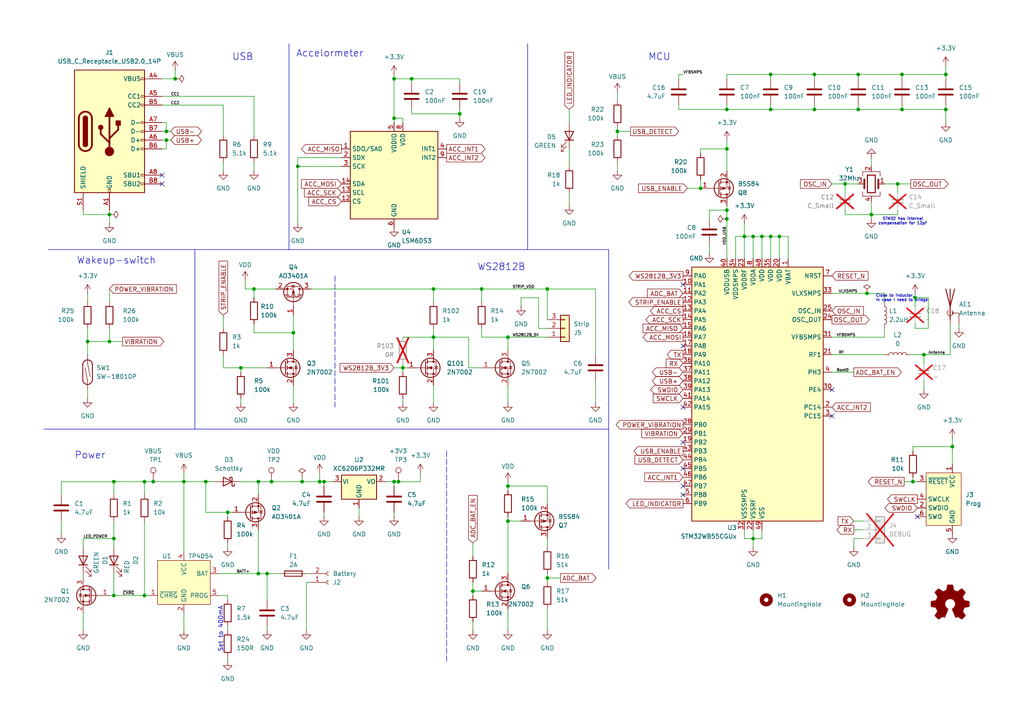
<source format=kicad_sch>
(kicad_sch (version 20231120) (generator "eeschema") (generator_version "8.0")
  (paper "A4")
  (title_block (title "LED Hat") (date "${date}") (rev "${version}") (company "Fabian Pflug"))
  (junction (at 248.92 31.75))
  (junction (at 59.69 139.7))
  (junction (at 74.93 139.7))
  (junction (at 119.38 22.86))
  (junction (at 93.98 139.7))
  (junction (at 125.73 83.82))
  (junction (at 265.43 86.36))
  (junction (at 53.34 139.7))
  (junction (at 33.02 139.7))
  (junction (at 158.75 167.64))
  (junction (at 114.3 139.7))
  (junction (at 274.32 21.59))
  (junction (at 25.4 99.06))
  (junction (at 252.73 62.23))
  (junction (at 66.04 148.59))
  (junction (at 48.26 40.64))
  (junction (at 133.35 33.02))
  (junction (at 223.52 21.59))
  (junction (at 77.47 166.37))
  (junction (at 147.32 97.79))
  (junction (at 73.66 83.82))
  (junction (at 44.45 139.7))
  (junction (at 116.84 106.68))
  (junction (at 69.85 106.68))
  (junction (at 215.9 68.58))
  (junction (at 33.02 156.21))
  (junction (at 41.91 139.7))
  (junction (at 223.52 68.58))
  (junction (at 147.32 151.13))
  (junction (at 125.73 97.79))
  (junction (at 74.93 166.37))
  (junction (at 236.22 21.59))
  (junction (at 31.75 62.23))
  (junction (at 276.225 129.54))
  (junction (at 137.16 171.45))
  (junction (at 41.91 172.72))
  (junction (at 220.98 68.58))
  (junction (at 85.09 96.52))
  (junction (at 114.3 34.29))
  (junction (at 92.71 139.7))
  (junction (at 223.52 31.75))
  (junction (at 248.92 21.59))
  (junction (at 218.44 68.58))
  (junction (at 114.3 22.86))
  (junction (at 261.62 21.59))
  (junction (at 236.22 31.75))
  (junction (at 158.75 83.82))
  (junction (at 78.74 139.7))
  (junction (at 203.2 54.61))
  (junction (at 261.62 31.75))
  (junction (at 226.06 68.58))
  (junction (at 218.44 156.21))
  (junction (at 179.07 38.1))
  (junction (at 245.11 53.34))
  (junction (at 210.82 60.96))
  (junction (at 139.7 83.82))
  (junction (at 264.795 139.7))
  (junction (at 274.32 31.75))
  (junction (at 210.82 63.5))
  (junction (at 147.32 140.97))
  (junction (at 210.82 31.75))
  (junction (at 48.26 38.1))
  (junction (at 210.82 43.18))
  (junction (at 251.46 85.09))
  (junction (at 86.36 48.26))
  (junction (at 267.97 102.87))
  (junction (at 260.35 53.34))
  (junction (at 33.02 172.72))
  (junction (at 50.8 22.86))
  (junction (at 31.75 99.06))
  (junction (at 115.57 139.7))
  (junction (at 87.63 139.7))
  (no_connect (at 198.12 82.55))
  (no_connect (at 198.12 140.97))
  (no_connect (at 46.99 50.8))
  (no_connect (at 198.12 143.51))
  (no_connect (at 198.12 128.27))
  (no_connect (at 241.3 113.03))
  (no_connect (at 198.12 135.89))
  (no_connect (at 198.12 100.33))
  (no_connect (at 198.12 118.11))
  (no_connect (at 46.99 53.34))
  (no_connect (at 266.065 149.86))
  (no_connect (at 241.3 120.65))
  (wire (pts (xy 43.18 172.72) (xy 41.91 172.72)))
  (wire (pts (xy 73.66 27.94) (xy 73.66 39.37)))
  (wire (pts (xy 125.73 83.82) (xy 125.73 87.63)))
  (wire (pts (xy 135.89 106.68) (xy 139.7 106.68)))
  (wire (pts (xy 210.82 63.5) (xy 210.82 74.93)))
  (wire (pts (xy 85.09 91.44) (xy 85.09 96.52)))
  (wire (pts (xy 205.74 60.96) (xy 210.82 60.96)))
  (wire (pts (xy 133.35 33.02) (xy 133.35 34.29)))
  (wire (pts (xy 223.52 21.59) (xy 236.22 21.59)))
  (polyline (pts (xy 13.97 72.39) (xy 83.82 72.39)))
  (wire (pts (xy 274.32 30.48) (xy 274.32 31.75)))
  (wire (pts (xy 210.82 49.53) (xy 210.82 43.18)))
  (wire (pts (xy 66.04 157.48) (xy 66.04 158.75)))
  (wire (pts (xy 93.98 148.59) (xy 93.98 149.86)))
  (wire (pts (xy 66.04 148.59) (xy 66.04 149.86)))
  (wire (pts (xy 25.4 95.25) (xy 25.4 99.06)))
  (wire (pts (xy 256.54 97.79) (xy 256.54 95.25)))
  (wire (pts (xy 66.04 173.99) (xy 66.04 172.72)))
  (wire (pts (xy 158.75 167.64) (xy 158.75 168.91)))
  (wire (pts (xy 278.13 93.98) (xy 278.13 95.25)))
  (wire (pts (xy 53.34 139.7) (xy 59.69 139.7)))
  (wire (pts (xy 261.62 21.59) (xy 274.32 21.59)))
  (wire (pts (xy 41.91 139.7) (xy 41.91 143.51)))
  (wire (pts (xy 69.85 106.68) (xy 69.85 107.95)))
  (wire (pts (xy 139.7 83.82) (xy 158.75 83.82)))
  (wire (pts (xy 48.26 38.1) (xy 49.53 38.1)))
  (wire (pts (xy 87.63 138.43) (xy 87.63 139.7)))
  (wire (pts (xy 147.32 149.86) (xy 147.32 151.13)))
  (wire (pts (xy 85.09 96.52) (xy 85.09 101.6)))
  (wire (pts (xy 256.54 97.79) (xy 241.3 97.79)))
  (wire (pts (xy 133.35 31.75) (xy 133.35 33.02)))
  (wire (pts (xy 93.98 139.7) (xy 96.52 139.7)))
  (wire (pts (xy 31.75 87.63) (xy 31.75 83.82)))
  (wire (pts (xy 264.795 129.54) (xy 264.795 130.81)))
  (wire (pts (xy 24.13 156.21) (xy 33.02 156.21)))
  (wire (pts (xy 33.02 139.7) (xy 33.02 143.51)))
  (wire (pts (xy 203.2 44.45) (xy 203.2 43.18)))
  (wire (pts (xy 147.32 139.7) (xy 147.32 140.97)))
  (wire (pts (xy 74.93 153.67) (xy 74.93 166.37)))
  (wire (pts (xy 31.75 99.06) (xy 35.56 99.06)))
  (wire (pts (xy 252.73 58.42) (xy 252.73 62.23)))
  (wire (pts (xy 228.6 74.93) (xy 228.6 68.58)))
  (wire (pts (xy 196.85 31.75) (xy 210.82 31.75)))
  (wire (pts (xy 66.04 181.61) (xy 66.04 182.88)))
  (wire (pts (xy 71.12 81.28) (xy 71.12 83.82)))
  (wire (pts (xy 41.91 139.7) (xy 44.45 139.7)))
  (wire (pts (xy 158.75 176.53) (xy 158.75 182.88)))
  (wire (pts (xy 236.22 22.86) (xy 236.22 21.59)))
  (wire (pts (xy 33.02 156.21) (xy 33.02 158.75)))
  (wire (pts (xy 17.78 143.51) (xy 17.78 139.7)))
  (wire (pts (xy 156.21 95.25) (xy 156.21 86.36)))
  (wire (pts (xy 205.74 63.5) (xy 205.74 60.96)))
  (wire (pts (xy 210.82 22.86) (xy 210.82 21.59)))
  (wire (pts (xy 247.65 151.13) (xy 250.19 151.13)))
  (wire (pts (xy 261.62 22.86) (xy 261.62 21.59)))
  (wire (pts (xy 99.06 45.72) (xy 86.36 45.72)))
  (wire (pts (xy 85.09 111.76) (xy 85.09 116.84)))
  (polyline (pts (xy 153.035 12.7) (xy 153.035 72.39)))
  (wire (pts (xy 116.84 106.68) (xy 116.84 107.95)))
  (wire (pts (xy 265.43 86.36) (xy 265.43 88.9)))
  (wire (pts (xy 196.85 21.59) (xy 198.12 21.59)))
  (wire (pts (xy 248.92 31.75) (xy 261.62 31.75)))
  (wire (pts (xy 25.4 99.06) (xy 25.4 102.87)))
  (wire (pts (xy 172.72 83.82) (xy 158.75 83.82)))
  (wire (pts (xy 210.82 60.96) (xy 210.82 63.5)))
  (wire (pts (xy 274.32 19.05) (xy 274.32 21.59)))
  (wire (pts (xy 125.73 83.82) (xy 139.7 83.82)))
  (wire (pts (xy 210.82 31.75) (xy 223.52 31.75)))
  (wire (pts (xy 46.99 22.86) (xy 50.8 22.86)))
  (wire (pts (xy 223.52 68.58) (xy 220.98 68.58)))
  (wire (pts (xy 210.82 40.64) (xy 210.82 43.18)))
  (wire (pts (xy 179.07 38.1) (xy 179.07 39.37)))
  (wire (pts (xy 125.73 97.79) (xy 125.73 101.6)))
  (wire (pts (xy 33.02 172.72) (xy 41.91 172.72)))
  (wire (pts (xy 252.73 45.72) (xy 252.73 48.26)))
  (wire (pts (xy 215.9 156.21) (xy 215.9 153.67)))
  (wire (pts (xy 33.02 139.7) (xy 41.91 139.7)))
  (wire (pts (xy 203.2 43.18) (xy 210.82 43.18)))
  (wire (pts (xy 48.26 35.56) (xy 48.26 38.1)))
  (wire (pts (xy 276.225 129.54) (xy 264.795 129.54)))
  (wire (pts (xy 73.66 83.82) (xy 73.66 86.36)))
  (wire (pts (xy 210.82 21.59) (xy 223.52 21.59)))
  (wire (pts (xy 50.8 22.86) (xy 50.8 20.32)))
  (wire (pts (xy 179.07 38.1) (xy 182.88 38.1)))
  (wire (pts (xy 196.85 30.48) (xy 196.85 31.75)))
  (wire (pts (xy 25.4 99.06) (xy 31.75 99.06)))
  (wire (pts (xy 248.92 21.59) (xy 261.62 21.59)))
  (wire (pts (xy 260.35 62.23) (xy 252.73 62.23)))
  (wire (pts (xy 116.84 35.56) (xy 116.84 34.29)))
  (wire (pts (xy 147.32 97.79) (xy 147.32 101.6)))
  (wire (pts (xy 223.52 74.93) (xy 223.52 68.58)))
  (polyline (pts (xy 97.155 80.01) (xy 97.155 118.11)) (stroke (width 0) (type dash)))
  (wire (pts (xy 147.32 151.13) (xy 147.32 166.37)))
  (wire (pts (xy 260.35 53.34) (xy 260.35 55.88)))
  (wire (pts (xy 247.65 153.67) (xy 250.19 153.67)))
  (wire (pts (xy 125.73 111.76) (xy 125.73 116.84)))
  (wire (pts (xy 31.75 60.96) (xy 31.75 62.23)))
  (wire (pts (xy 17.78 139.7) (xy 33.02 139.7)))
  (wire (pts (xy 73.66 96.52) (xy 85.09 96.52)))
  (wire (pts (xy 53.34 182.88) (xy 53.34 177.8)))
  (wire (pts (xy 267.97 102.87) (xy 267.97 105.41)))
  (wire (pts (xy 226.06 68.58) (xy 223.52 68.58)))
  (wire (pts (xy 248.92 30.48) (xy 248.92 31.75)))
  (wire (pts (xy 165.1 31.75) (xy 165.1 35.56)))
  (wire (pts (xy 64.77 30.48) (xy 64.77 39.37)))
  (wire (pts (xy 218.44 156.21) (xy 220.98 156.21)))
  (wire (pts (xy 114.3 34.29) (xy 114.3 35.56)))
  (wire (pts (xy 267.97 102.87) (xy 275.59 102.87)))
  (wire (pts (xy 156.21 86.36) (xy 151.13 86.36)))
  (wire (pts (xy 86.36 48.26) (xy 86.36 64.77)))
  (wire (pts (xy 245.11 53.34) (xy 241.3 53.34)))
  (wire (pts (xy 265.43 95.25) (xy 269.24 95.25)))
  (wire (pts (xy 46.99 30.48) (xy 64.77 30.48)))
  (wire (pts (xy 90.17 83.82) (xy 125.73 83.82)))
  (wire (pts (xy 269.24 95.25) (xy 269.24 86.36)))
  (wire (pts (xy 215.9 64.77) (xy 215.9 68.58)))
  (wire (pts (xy 147.32 151.13) (xy 151.13 151.13)))
  (wire (pts (xy 64.77 106.68) (xy 69.85 106.68)))
  (wire (pts (xy 121.92 139.7) (xy 115.57 139.7)))
  (wire (pts (xy 46.99 38.1) (xy 48.26 38.1)))
  (wire (pts (xy 245.11 53.34) (xy 245.11 55.88)))
  (wire (pts (xy 59.69 148.59) (xy 66.04 148.59)))
  (wire (pts (xy 165.1 43.18) (xy 165.1 48.26)))
  (wire (pts (xy 275.59 102.87) (xy 275.59 93.98)))
  (wire (pts (xy 223.52 31.75) (xy 236.22 31.75)))
  (wire (pts (xy 218.44 156.21) (xy 218.44 158.75)))
  (wire (pts (xy 245.11 60.96) (xy 245.11 62.23)))
  (wire (pts (xy 213.36 74.93) (xy 213.36 68.58)))
  (wire (pts (xy 137.16 157.48) (xy 137.16 161.29)))
  (wire (pts (xy 276.225 127) (xy 276.225 129.54)))
  (wire (pts (xy 31.75 99.06) (xy 31.75 95.25)))
  (wire (pts (xy 77.47 166.37) (xy 77.47 173.99)))
  (wire (pts (xy 48.26 40.64) (xy 49.53 40.64)))
  (wire (pts (xy 121.92 137.16) (xy 121.92 139.7)))
  (wire (pts (xy 261.62 31.75) (xy 274.32 31.75)))
  (wire (pts (xy 245.11 62.23) (xy 252.73 62.23)))
  (wire (pts (xy 66.04 172.72) (xy 63.5 172.72)))
  (wire (pts (xy 69.85 106.68) (xy 77.47 106.68)))
  (wire (pts (xy 147.32 111.76) (xy 147.32 116.84)))
  (wire (pts (xy 24.13 62.23) (xy 31.75 62.23)))
  (wire (pts (xy 74.93 166.37) (xy 77.47 166.37)))
  (wire (pts (xy 179.07 36.83) (xy 179.07 38.1)))
  (polyline (pts (xy 83.82 72.39) (xy 176.53 72.39)))
  (wire (pts (xy 223.52 30.48) (xy 223.52 31.75)))
  (wire (pts (xy 252.73 62.23) (xy 252.73 63.5)))
  (wire (pts (xy 264.795 139.7) (xy 262.255 139.7)))
  (wire (pts (xy 116.84 105.41) (xy 116.84 106.68)))
  (wire (pts (xy 48.26 43.18) (xy 48.26 40.64)))
  (wire (pts (xy 218.44 68.58) (xy 215.9 68.58)))
  (wire (pts (xy 147.32 176.53) (xy 147.32 182.88)))
  (wire (pts (xy 74.93 139.7) (xy 74.93 143.51)))
  (wire (pts (xy 44.45 139.7) (xy 53.34 139.7)))
  (polyline (pts (xy 56.515 72.39) (xy 56.515 124.46)))
  (wire (pts (xy 104.14 147.32) (xy 104.14 149.86)))
  (wire (pts (xy 165.1 55.88) (xy 165.1 59.69)))
  (wire (pts (xy 24.13 177.8) (xy 24.13 182.88)))
  (wire (pts (xy 86.36 45.72) (xy 86.36 48.26)))
  (wire (pts (xy 179.07 46.99) (xy 179.07 49.53)))
  (wire (pts (xy 251.46 85.09) (xy 256.54 85.09)))
  (wire (pts (xy 24.13 158.75) (xy 24.13 156.21)))
  (wire (pts (xy 220.98 74.93) (xy 220.98 68.58)))
  (wire (pts (xy 158.75 156.21) (xy 158.75 158.75)))
  (wire (pts (xy 220.98 153.67) (xy 220.98 156.21)))
  (wire (pts (xy 137.16 168.91) (xy 137.16 171.45)))
  (wire (pts (xy 241.3 107.95) (xy 247.65 107.95)))
  (wire (pts (xy 114.3 22.86) (xy 119.38 22.86)))
  (wire (pts (xy 133.35 24.13) (xy 133.35 22.86)))
  (wire (pts (xy 196.85 22.86) (xy 196.85 21.59)))
  (wire (pts (xy 199.39 54.61) (xy 203.2 54.61)))
  (wire (pts (xy 135.89 97.79) (xy 125.73 97.79)))
  (wire (pts (xy 77.47 181.61) (xy 77.47 182.88)))
  (wire (pts (xy 24.13 60.96) (xy 24.13 62.23)))
  (wire (pts (xy 172.72 110.49) (xy 172.72 116.84)))
  (wire (pts (xy 115.57 139.7) (xy 114.3 139.7)))
  (wire (pts (xy 215.9 68.58) (xy 215.9 74.93)))
  (wire (pts (xy 64.77 46.99) (xy 64.77 49.53)))
  (wire (pts (xy 158.75 140.97) (xy 147.32 140.97)))
  (wire (pts (xy 172.72 102.87) (xy 172.72 83.82)))
  (polyline (pts (xy 83.82 12.7) (xy 83.82 72.39)))
  (wire (pts (xy 53.34 137.16) (xy 53.34 139.7)))
  (wire (pts (xy 162.56 167.64) (xy 158.75 167.64)))
  (wire (pts (xy 276.225 129.54) (xy 276.225 134.62)))
  (wire (pts (xy 139.7 95.25) (xy 139.7 97.79)))
  (wire (pts (xy 66.04 190.5) (xy 66.04 191.77)))
  (wire (pts (xy 147.32 97.79) (xy 158.75 97.79)))
  (wire (pts (xy 236.22 30.48) (xy 236.22 31.75)))
  (wire (pts (xy 69.85 139.7) (xy 74.93 139.7)))
  (wire (pts (xy 64.77 91.44) (xy 64.77 95.25)))
  (wire (pts (xy 59.69 139.7) (xy 59.69 148.59)))
  (wire (pts (xy 247.65 156.21) (xy 250.19 156.21)))
  (wire (pts (xy 88.9 166.37) (xy 90.17 166.37)))
  (wire (pts (xy 33.02 172.72) (xy 33.02 166.37)))
  (wire (pts (xy 274.32 21.59) (xy 274.32 22.86)))
  (wire (pts (xy 265.43 85.09) (xy 265.43 86.36)))
  (wire (pts (xy 269.24 86.36) (xy 265.43 86.36)))
  (wire (pts (xy 73.66 93.98) (xy 73.66 96.52)))
  (wire (pts (xy 223.52 22.86) (xy 223.52 21.59)))
  (wire (pts (xy 88.9 182.88) (xy 88.9 168.91)))
  (wire (pts (xy 116.84 34.29) (xy 114.3 34.29)))
  (wire (pts (xy 210.82 30.48) (xy 210.82 31.75)))
  (wire (pts (xy 179.07 26.67) (xy 179.07 29.21)))
  (wire (pts (xy 71.12 83.82) (xy 73.66 83.82)))
  (wire (pts (xy 114.3 22.86) (xy 114.3 34.29)))
  (wire (pts (xy 139.7 83.82) (xy 139.7 87.63)))
  (wire (pts (xy 116.84 106.68) (xy 118.11 106.68)))
  (wire (pts (xy 236.22 31.75) (xy 248.92 31.75)))
  (polyline (pts (xy 176.53 124.46) (xy 83.82 124.46)))
  (wire (pts (xy 267.97 110.49) (xy 267.97 113.03)))
  (wire (pts (xy 119.38 22.86) (xy 133.35 22.86)))
  (wire (pts (xy 53.34 139.7) (xy 53.34 160.02)))
  (wire (pts (xy 86.36 48.26) (xy 99.06 48.26)))
  (wire (pts (xy 92.71 139.7) (xy 93.98 139.7)))
  (wire (pts (xy 248.92 22.86) (xy 248.92 21.59)))
  (wire (pts (xy 24.13 166.37) (xy 24.13 167.64)))
  (wire (pts (xy 46.99 43.18) (xy 48.26 43.18)))
  (wire (pts (xy 73.66 46.99) (xy 73.66 49.53)))
  (wire (pts (xy 241.3 102.87) (xy 256.54 102.87)))
  (wire (pts (xy 203.2 52.07) (xy 203.2 54.61)))
  (wire (pts (xy 265.43 93.98) (xy 265.43 95.25)))
  (wire (pts (xy 218.44 153.67) (xy 218.44 156.21)))
  (wire (pts (xy 114.3 106.68) (xy 116.84 106.68)))
  (wire (pts (xy 236.22 21.59) (xy 248.92 21.59)))
  (wire (pts (xy 256.54 85.09) (xy 256.54 87.63)))
  (polyline (pts (xy 176.53 72.39) (xy 176.53 165.1)))
  (wire (pts (xy 119.38 24.13) (xy 119.38 22.86)))
  (wire (pts (xy 64.77 102.87) (xy 64.77 106.68)))
  (wire (pts (xy 31.75 62.23) (xy 31.75 64.77)))
  (wire (pts (xy 135.89 106.68) (xy 135.89 97.79)))
  (wire (pts (xy 274.32 31.75) (xy 274.32 35.56)))
  (wire (pts (xy 147.32 140.97) (xy 147.32 142.24)))
  (wire (pts (xy 25.4 113.03) (xy 25.4 115.57)))
  (wire (pts (xy 116.84 97.79) (xy 125.73 97.79)))
  (wire (pts (xy 116.84 115.57) (xy 116.84 116.84)))
  (wire (pts (xy 260.35 60.96) (xy 260.35 62.23)))
  (wire (pts (xy 156.21 95.25) (xy 158.75 95.25)))
  (wire (pts (xy 17.78 151.13) (xy 17.78 154.94)))
  (wire (pts (xy 88.9 168.91) (xy 90.17 168.91)))
  (wire (pts (xy 41.91 151.13) (xy 41.91 172.72)))
  (wire (pts (xy 226.06 74.93) (xy 226.06 68.58)))
  (wire (pts (xy 261.62 30.48) (xy 261.62 31.75)))
  (wire (pts (xy 137.16 171.45) (xy 137.16 172.72)))
  (wire (pts (xy 87.63 139.7) (xy 92.71 139.7)))
  (wire (pts (xy 114.3 139.7) (xy 111.76 139.7)))
  (wire (pts (xy 213.36 68.58) (xy 215.9 68.58)))
  (wire (pts (xy 114.3 140.97) (xy 114.3 139.7)))
  (wire (pts (xy 63.5 166.37) (xy 74.93 166.37)))
  (wire (pts (xy 228.6 68.58) (xy 226.06 68.58)))
  (polyline (pts (xy 12.7 124.46) (xy 83.82 124.46)))
  (wire (pts (xy 119.38 33.02) (xy 133.35 33.02)))
  (wire (pts (xy 247.65 158.75) (xy 247.65 156.21)))
  (wire (pts (xy 46.99 35.56) (xy 48.26 35.56)))
  (wire (pts (xy 59.69 139.7) (xy 62.23 139.7)))
  (wire (pts (xy 114.3 21.59) (xy 114.3 22.86)))
  (wire (pts (xy 73.66 83.82) (xy 80.01 83.82)))
  (wire (pts (xy 25.4 85.09) (xy 25.4 87.63)))
  (wire (pts (xy 245.11 53.34) (xy 248.92 53.34)))
  (wire (pts (xy 125.73 95.25) (xy 125.73 97.79)))
  (wire (pts (xy 78.74 139.7) (xy 87.63 139.7)))
  (wire (pts (xy 46.99 27.94) (xy 73.66 27.94)))
  (wire (pts (xy 218.44 74.93) (xy 218.44 68.58)))
  (wire (pts (xy 46.99 40.64) (xy 48.26 40.64)))
  (wire (pts (xy 264.795 138.43) (xy 264.795 139.7)))
  (wire (pts (xy 69.85 115.57) (xy 69.85 116.84)))
  (wire (pts (xy 218.44 156.21) (xy 215.9 156.21)))
  (wire (pts (xy 210.82 59.69) (xy 210.82 60.96)))
  (wire (pts (xy 92.71 137.16) (xy 92.71 139.7)))
  (wire (pts (xy 158.75 92.71) (xy 158.75 83.82)))
  (wire (pts (xy 264.795 139.7) (xy 266.065 139.7)))
  (wire (pts (xy 158.75 166.37) (xy 158.75 167.64)))
  (wire (pts (xy 205.74 71.12) (xy 205.74 73.66)))
  (wire (pts (xy 264.16 102.87) (xy 267.97 102.87)))
  (wire (pts (xy 137.16 171.45) (xy 139.7 171.45)))
  (wire (pts (xy 220.98 68.58) (xy 218.44 68.58)))
  (wire (pts (xy 151.13 86.36) (xy 151.13 88.9)))
  (wire (pts (xy 139.7 97.79) (xy 147.32 97.79)))
  (polyline (pts (xy 129.54 130.81) (xy 129.54 191.77)) (stroke (width 0) (type dash)))
  (wire (pts (xy 31.75 172.72) (xy 33.02 172.72)))
  (wire (pts (xy 33.02 151.13) (xy 33.02 156.21)))
  (wire (pts (xy 158.75 140.97) (xy 158.75 146.05)))
  (wire (pts (xy 119.38 33.02) (xy 119.38 31.75)))
  (wire (pts (xy 74.93 139.7) (xy 78.74 139.7)))
  (wire (pts (xy 260.35 53.34) (xy 256.54 53.34)))
  (wire (pts (xy 93.98 140.97) (xy 93.98 139.7)))
  (wire (pts (xy 66.04 148.59) (xy 67.31 148.59)))
  (wire (pts (xy 137.16 180.34) (xy 137.16 182.88)))
  (wire (pts (xy 241.3 85.09) (xy 251.46 85.09)))
  (wire (pts (xy 264.16 53.34) (xy 260.35 53.34)))
  (wire (pts (xy 77.47 166.37) (xy 81.28 166.37)))
  (wire (pts (xy 114.3 148.59) (xy 114.3 149.86)))
  (text "Set to 400mA" (at 64.77 189.23 90) (effects (font (size 1.27 1.27)) (justify left bottom)))
  (text "STM32 has internal\ncompensation for 12pF" (at 261.874 64.262 0) (effects (font (size 0.8 0.8))))
  (text "USB" (at 67.31 17.78 0) (effects (font (size 2 2)) (justify left bottom)))
  (text "Power" (at 21.59 133.35 0) (effects (font (size 2 2)) (justify left bottom)))
  (text "Wakeup-switch" (at 22.225 76.835 0) (effects (font (size 2 2)) (justify left bottom)))
  (text "WS2812B" (at 138.43 78.74 0) (effects (font (size 2 2)) (justify left bottom)))
  (text "Close to inductor, \nin case i need to bridge" (at 254 87.63 0) (effects (font (size 0.8 0.8)) (justify left bottom)))
  (text "Accelormeter" (at 85.852 16.764 0) (effects (font (size 2 2)) (justify left bottom)))
  (text "MCU" (at 187.96 17.78 0) (effects (font (size 2 2)) (justify left bottom)))
  (label "BATT+" (at 68.58 166.37 0) (effects (font (size 0.8 0.8))))
  (label "~{CHRG}" (at 35.56 172.72 0) (effects (font (size 0.8 0.8))))
  (label "CC2" (at 49.53 30.48 0) (effects (font (size 0.8 0.8))))
  (label "WS2812B_5V" (at 148.59 97.79 0) (effects (font (size 0.8 0.8))))
  (label "VDD_USB" (at 210.82 71.12 90) (effects (font (size 0.8 0.8))))
  (label "LED_POWER" (at 24.13 156.21 0) (effects (font (size 0.8 0.8))))
  (label "RF" (at 243.205 102.87 0) (effects (font (size 0.8 0.8))))
  (label "VLXSMPS" (at 243.205 85.09 0) (effects (font (size 0.8 0.8))))
  (label "VFBSMPS" (at 242.57 97.79 0) (effects (font (size 0.8 0.8))))
  (label "Boot0" (at 242.57 107.95 0) (effects (font (size 0.8 0.8))))
  (label "VFBSMPS" (at 198.12 21.59 0) (effects (font (size 0.8 0.8))))
  (label "STRIP_VDD" (at 148.59 83.82 0) (effects (font (size 0.8 0.8))))
  (label "CC1" (at 49.53 27.94 0) (effects (font (size 0.8 0.8))))
  (label "Antenna" (at 269.24 102.87 0) (effects (font (size 0.8 0.8))))
  (global_label "POWER_VIBRATION" (shape input) (at 31.75 83.82 0) (property "Intersheetrefs" "${INTERSHEET_REFS}" (effects (hide yes))))
  (global_label "POWER_VIBRATION" (shape output) (at 198.12 123.19 180) (property "Intersheetrefs" "${INTERSHEET_REFS}" (effects (hide yes))))
  (global_label "USB-" (shape bidirectional) (at 198.12 107.95 180) (property "Intersheetrefs" "${INTERSHEET_REFS}" (effects (hide yes))))
  (global_label "USB-" (shape bidirectional) (at 49.53 38.1 0) (property "Intersheetrefs" "${INTERSHEET_REFS}" (effects (hide yes))))
  (global_label "VIBRATION" (shape input) (at 198.12 125.73 180) (property "Intersheetrefs" "${INTERSHEET_REFS}" (effects (hide yes))))
  (global_label "SWDIO" (shape bidirectional) (at 266.065 147.32 180) (property "Intersheetrefs" "${INTERSHEET_REFS}" (effects (hide yes))))
  (global_label "STRIP_ENABLE" (shape input) (at 64.77 91.44 90) (property "Intersheetrefs" "${INTERSHEET_REFS}" (effects (hide yes))))
  (global_label "ADC_BAT" (shape output) (at 162.56 167.64 0) (property "Intersheetrefs" "${INTERSHEET_REFS}" (effects (hide yes))))
  (global_label "TX" (shape input) (at 247.65 151.13 180) (property "Intersheetrefs" "${INTERSHEET_REFS}" (effects (hide yes))))
  (global_label "USB+" (shape bidirectional) (at 49.53 40.64 0) (property "Intersheetrefs" "${INTERSHEET_REFS}" (effects (hide yes))))
  (global_label "ACC_CS" (shape output) (at 198.12 90.17 180) (property "Intersheetrefs" "${INTERSHEET_REFS}" (effects (hide yes))))
  (global_label "SWCLK" (shape input) (at 198.12 115.57 180) (property "Intersheetrefs" "${INTERSHEET_REFS}" (effects (hide yes))))
  (global_label "TX" (shape output) (at 198.12 102.87 180) (property "Intersheetrefs" "${INTERSHEET_REFS}" (effects (hide yes))))
  (global_label "ACC_MOSI" (shape output) (at 198.12 97.79 180) (property "Intersheetrefs" "${INTERSHEET_REFS}" (effects (hide yes))))
  (global_label "OSC_IN" (shape input) (at 241.3 53.34 180) (property "Intersheetrefs" "${INTERSHEET_REFS}" (effects (hide yes))))
  (global_label "ACC_INT2" (shape output) (at 129.54 45.72 0) (property "Intersheetrefs" "${INTERSHEET_REFS}" (effects (hide yes))))
  (global_label "ACC_SCK" (shape input) (at 99.06 55.88 180) (property "Intersheetrefs" "${INTERSHEET_REFS}" (effects (hide yes))))
  (global_label "VIBRATION" (shape output) (at 35.56 99.06 0) (property "Intersheetrefs" "${INTERSHEET_REFS}" (effects (hide yes))))
  (global_label "ACC_CS" (shape input) (at 99.06 58.42 180) (property "Intersheetrefs" "${INTERSHEET_REFS}" (effects (hide yes))))
  (global_label "ADC_BAT_EN" (shape input) (at 137.16 157.48 90) (property "Intersheetrefs" "${INTERSHEET_REFS}" (effects (hide yes))))
  (global_label "OSC_OUT" (shape output) (at 264.16 53.34 0) (property "Intersheetrefs" "${INTERSHEET_REFS}" (effects (hide yes))))
  (global_label "WS2812B_3V3" (shape output) (at 198.12 80.01 180) (property "Intersheetrefs" "${INTERSHEET_REFS}" (effects (hide yes))))
  (global_label "RX" (shape input) (at 198.12 105.41 180) (property "Intersheetrefs" "${INTERSHEET_REFS}" (effects (hide yes))))
  (global_label "SWDIO" (shape bidirectional) (at 198.12 113.03 180) (property "Intersheetrefs" "${INTERSHEET_REFS}" (effects (hide yes))))
  (global_label "OSC_IN" (shape input) (at 241.3 90.17 0) (property "Intersheetrefs" "${INTERSHEET_REFS}" (effects (hide yes))))
  (global_label "RX" (shape output) (at 247.65 153.67 180) (property "Intersheetrefs" "${INTERSHEET_REFS}" (effects (hide yes))))
  (global_label "USB_DETECT" (shape input) (at 198.12 133.35 180) (property "Intersheetrefs" "${INTERSHEET_REFS}" (effects (hide yes))))
  (global_label "USB_DETECT" (shape output) (at 182.88 38.1 0) (property "Intersheetrefs" "${INTERSHEET_REFS}" (effects (hide yes))))
  (global_label "USB_ENABLE" (shape output) (at 198.12 130.81 180) (property "Intersheetrefs" "${INTERSHEET_REFS}" (effects (hide yes))))
  (global_label "ACC_MISO" (shape output) (at 99.06 43.18 180) (property "Intersheetrefs" "${INTERSHEET_REFS}" (effects (hide yes))))
  (global_label "SWCLK" (shape output) (at 266.065 144.78 180) (property "Intersheetrefs" "${INTERSHEET_REFS}" (effects (hide yes))))
  (global_label "ACC_MOSI" (shape input) (at 99.06 53.34 180) (property "Intersheetrefs" "${INTERSHEET_REFS}" (effects (hide yes))))
  (global_label "ACC_SCK" (shape output) (at 198.12 92.71 180) (property "Intersheetrefs" "${INTERSHEET_REFS}" (effects (hide yes))))
  (global_label "RESET_N" (shape input) (at 241.3 80.01 0) (property "Intersheetrefs" "${INTERSHEET_REFS}" (effects (hide yes))))
  (global_label "WS2812B_3V3" (shape input) (at 114.3 106.68 180) (property "Intersheetrefs" "${INTERSHEET_REFS}" (effects (hide yes))))
  (global_label "ACC_INT2" (shape input) (at 241.3 118.11 0) (property "Intersheetrefs" "${INTERSHEET_REFS}" (effects (hide yes))))
  (global_label "ACC_INT1" (shape input) (at 198.12 138.43 180) (property "Intersheetrefs" "${INTERSHEET_REFS}" (effects (hide yes))))
  (global_label "USB+" (shape bidirectional) (at 198.12 110.49 180) (property "Intersheetrefs" "${INTERSHEET_REFS}" (effects (hide yes))))
  (global_label "OSC_OUT" (shape output) (at 241.3 92.71 0) (property "Intersheetrefs" "${INTERSHEET_REFS}" (effects (hide yes))))
  (global_label "STRIP_ENABLE" (shape output) (at 198.12 87.63 180) (property "Intersheetrefs" "${INTERSHEET_REFS}" (effects (hide yes))))
  (global_label "ACC_INT1" (shape output) (at 129.54 43.18 0) (property "Intersheetrefs" "${INTERSHEET_REFS}" (effects (hide yes))))
  (global_label "ADC_BAT" (shape input) (at 198.12 85.09 180) (property "Intersheetrefs" "${INTERSHEET_REFS}" (effects (hide yes))))
  (global_label "LED_INDICATOR" (shape output) (at 198.12 146.05 180) (property "Intersheetrefs" "${INTERSHEET_REFS}" (effects (hide yes))))
  (global_label "ADC_BAT_EN" (shape output) (at 247.65 107.95 0) (property "Intersheetrefs" "${INTERSHEET_REFS}" (effects (hide yes))))
  (global_label "LED_INDICATOR" (shape input) (at 165.1 31.75 90) (property "Intersheetrefs" "${INTERSHEET_REFS}" (effects (hide yes))))
  (global_label "ACC_MISO" (shape input) (at 198.12 95.25 180) (property "Intersheetrefs" "${INTERSHEET_REFS}" (effects (hide yes))))
  (global_label "USB_ENABLE" (shape input) (at 199.39 54.61 180) (property "Intersheetrefs" "${INTERSHEET_REFS}" (effects (hide yes))))
  (global_label "RESET_N" (shape output) (at 262.255 139.7 180) (property "Intersheetrefs" "${INTERSHEET_REFS}" (effects (hide yes))))
  (symbol (lib_id "Device:R") (at 64.77 43.18 0) (unit 1)
    (property "Reference" "R6" (at 67.31 41.91 0) (effects (justify left)))
    (property "Value" "5.1k" (at 67.31 44.45 0) (effects (justify left)))
    (property "Footprint" "Resistor_SMD:R_0402_1005Metric" (effects (hide yes)))
    (property "LCSC#" "C25905" (effects (hide yes)))
  )
  (symbol (lib_id "Transistor_FET:2N7002") (at 123.19 106.68 0) (unit 1)
    (property "Reference" "Q101" (at 129.54 105.41 0) (effects (justify left)))
    (property "Value" "2N7002" (at 129.54 107.95 0) (effects (justify left)))
    (property "Footprint" "Package_TO_SOT_SMD:SOT-23" (effects (hide yes)))
    (property "Datasheet" "https://www.onsemi.com/pub/Collateral/NDS7002A-D.PDF" (effects (hide yes)))
    (property "LCSC#" "C7420321" (effects (hide yes)))
  )
  (symbol (lib_id "Device:R") (at 125.73 91.44 0) (unit 1)
    (property "Reference" "R102" (at 128.27 90.17 0) (effects (justify left)))
    (property "Value" "1k" (at 128.27 92.71 0) (effects (justify left)))
    (property "Footprint" "Resistor_SMD:R_0603_1608Metric" (effects (hide yes)))
    (property "LCSC#" "C25803" (effects (hide yes)))
  )
  (symbol (lib_id "power:PWR_FLAG") (at 210.82 63.5 90) (unit 1)
    (property "Reference" "#FLG03" (effects (hide yes)))
    (property "Value" "PWR_FLAG" (effects (hide yes)))
    (property "Description" "Special symbol for telling ERC where power comes from" (effects (hide yes)))
  )
  (symbol (lib_id "Device:R") (at 25.4 91.44 0) (mirror y) (unit 1)
    (property "Reference" "R25" (at 21.59 90.17 0) (effects (justify left)))
    (property "Value" "100k" (at 21.59 92.71 0) (effects (justify left)))
    (property "Footprint" "Resistor_SMD:R_0402_1005Metric" (effects (hide yes)))
    (property "LCSC#" "C25741" (effects (hide yes)))
  )
  (symbol (lib_id "Device:R") (at 41.91 147.32 180) (unit 1)
    (property "Reference" "R2" (at 44.45 146.05 0) (effects (justify right)))
    (property "Value" "10k" (at 44.45 148.59 0) (effects (justify right)))
    (property "Footprint" "Resistor_SMD:R_0402_1005Metric" (effects (hide yes)))
    (property "LCSC#" "C25744" (effects (hide yes)))
  )
  (symbol (lib_id "power:GND") (at 86.36 64.77 0) (mirror y) (unit 1)
    (property "Reference" "#PWR051" (effects (hide yes)))
    (property "Value" "GND" (at 86.36 69.85 0))
    (property "Description" "Power symbol creates a global label with name \"GND\" , ground" (effects (hide yes)))
  )
  (symbol (lib_id "power:VBUS") (at 50.8 20.32 0) (unit 1)
    (property "Reference" "#PWR04" (effects (hide yes)))
    (property "Value" "VBUS" (at 50.8 15.875 0))
    (property "Description" "Power symbol creates a global label with name \"VBUS\"" (effects (hide yes)))
  )
  (symbol (lib_id "power:+3.3V") (at 114.3 21.59 0) (unit 1)
    (property "Reference" "#PWR033" (effects (hide yes)))
    (property "Value" "+3.3V" (at 114.3 16.51 0))
    (property "Description" "Power symbol creates a global label with name \"+3.3V\"" (effects (hide yes)))
  )
  (symbol (lib_id "Transistor_FET:BSS84") (at 208.28 54.61 0) (mirror x) (unit 1)
    (property "Reference" "Q8" (at 213.995 55.88 0) (effects (justify left)))
    (property "Value" "BSS84" (at 213.995 53.34 0) (effects (justify left)))
    (property "Footprint" "Package_TO_SOT_SMD:SOT-23" (effects (hide yes)))
    (property "Datasheet" "http://assets.nexperia.com/documents/data-sheet/BSS84.pdf" (effects (hide yes)))
    (property "LCSC#" "C7420340" (effects (hide yes)))
  )
  (symbol (lib_id "Device:R") (at 158.75 172.72 0) (unit 1)
    (property "Reference" "R17" (at 161.29 171.45 0) (effects (justify left)))
    (property "Value" "51k" (at 161.29 173.99 0) (effects (justify left)))
    (property "Footprint" "Resistor_SMD:R_0402_1005Metric" (effects (hide yes)))
    (property "LCSC#" "C25794" (effects (hide yes)))
  )
  (symbol (lib_id "power:GND") (at 64.77 49.53 0) (unit 1)
    (property "Reference" "#PWR09" (effects (hide yes)))
    (property "Value" "GND" (at 64.77 54.61 0))
    (property "Description" "Power symbol creates a global label with name \"GND\" , ground" (effects (hide yes)))
  )
  (symbol (lib_id "Device:Crystal_GND24") (at 252.73 53.34 0) (mirror y) (unit 1)
    (property "Reference" "Y1" (at 246.38 49.1491 0))
    (property "Value" "32Mhz" (at 246.38 51.6891 0))
    (property "Footprint" "Crystal:Crystal_SMD_3225-4Pin_3.2x2.5mm" (effects (hide yes)))
    (property "LCSC#" "C9009" (effects (hide yes)))
  )
  (symbol (lib_id "power:GND") (at 133.35 34.29 0) (mirror y) (unit 1)
    (property "Reference" "#PWR050" (effects (hide yes)))
    (property "Value" "GND" (at 133.35 39.37 0))
    (property "Description" "Power symbol creates a global label with name \"GND\" , ground" (effects (hide yes)))
  )
  (symbol (lib_id "Device:C") (at 172.72 106.68 0) (mirror y) (unit 1)
    (property "Reference" "C6" (at 168.91 105.41 0) (effects (justify left)))
    (property "Value" "4.7uF" (at 168.91 107.95 0) (effects (justify left)))
    (property "Footprint" "Capacitor_SMD:C_0603_1608Metric" (effects (hide yes)))
    (property "LCSC#" "C19666" (effects (hide yes)))
  )
  (symbol (lib_id "Device:R") (at 147.32 146.05 0) (unit 1)
    (property "Reference" "R15" (at 151.13 144.78 0) (effects (justify left)))
    (property "Value" "100k" (at 151.13 147.32 0) (effects (justify left)))
    (property "Footprint" "Resistor_SMD:R_0402_1005Metric" (effects (hide yes)))
    (property "LCSC#" "C25741" (effects (hide yes)))
  )
  (symbol (lib_id "Device:C_Small") (at 265.43 91.44 0) (unit 1) (dnp yes)
    (property "Reference" "C18" (at 268.605 90.1763 0) (effects (justify left)))
    (property "Value" "~" (at 268.605 92.7163 0) (effects (justify left)))
    (property "Footprint" "Capacitor_SMD:C_0402_1005Metric" (effects (hide yes)))
    (property "LCSC#" "-" (effects (hide yes)))
  )
  (symbol (lib_id "Device:R") (at 66.04 186.69 0) (unit 1)
    (property "Reference" "R24" (at 68.58 185.42 0) (effects (justify left)))
    (property "Value" "150R" (at 68.58 187.96 0) (effects (justify left)))
    (property "Footprint" "Resistor_SMD:R_0402_1005Metric" (effects (hide yes)))
    (property "LCSC#" "C25082" (effects (hide yes)))
  )
  (symbol (lib_id "Device:Fuse") (at 85.09 166.37 90) (unit 1)
    (property "Reference" "F1" (at 85.09 161.29 90))
    (property "Value" "2A" (at 85.09 163.83 90))
    (property "Footprint" "Fuse:Fuse_0603_1608Metric" (effects (hide yes)))
    (property "LCSC#" "C187605" (effects (hide yes)))
  )
  (symbol (lib_id "Connector:TestPoint") (at 115.57 139.7 0) (unit 1)
    (property "Reference" "TP3" (at 118.11 133.35 0) (effects (justify right)))
    (property "Value" "+3V3" (at 118.11 130.81 0) (effects (justify right)))
    (property "Footprint" "TestPoint:TestPoint_Pad_D1.0mm" (effects (hide yes)))
    (property "LCSC#" "-" (effects (hide yes)))
  )
  (symbol (lib_id "Device:C_Small") (at 267.97 107.95 0) (unit 1) (dnp yes)
    (property "Reference" "C17" (at 270.51 106.6863 0) (effects (justify left)))
    (property "Value" "-" (at 270.51 109.2263 0) (effects (justify left)))
    (property "Footprint" "Capacitor_SMD:C_0402_1005Metric" (effects (hide yes)))
    (property "LCSC#" "-" (effects (hide yes)))
  )
  (symbol (lib_id "Connector_Generic:Conn_01x03") (at 163.83 95.25 0) (mirror x) (unit 1) (in_bom no)
    (property "Reference" "J5" (at 166.37 96.52 0) (effects (justify left)))
    (property "Value" "Strip" (at 166.37 93.98 0) (effects (justify left)))
    (property "Footprint" "Connector_JST:JST_PH_B3B-PH-K_1x03_P2.00mm_Vertical" (effects (hide yes)))
    (property "LCSC#" "-" (effects (hide yes)))
  )
  (symbol (lib_id "Connector:USB_C_Receptacle_USB2.0_16P") (at 31.75 38.1 0) (unit 1)
    (property "Reference" "J1" (at 31.75 15.24 0))
    (property "Value" "USB_C_Receptacle_USB2.0_14P" (at 31.75 17.78 0))
    (property "Footprint" "g-Connector_USB:GSB1C211110DS1HR" (effects (hide yes)))
    (property "Datasheet" "https://www.usb.org/sites/default/files/documents/usb_type-c.zip" (effects (hide yes)))
    (property "LCSC#" "-" (effects (hide yes)))
  )
  (symbol (lib_id "Transistor_FET:BSS84") (at 156.21 151.13 0) (mirror x) (unit 1)
    (property "Reference" "Q7" (at 161.925 152.4 0) (effects (justify left)))
    (property "Value" "BSS84" (at 161.925 149.86 0) (effects (justify left)))
    (property "Footprint" "Package_TO_SOT_SMD:SOT-23" (effects (hide yes)))
    (property "Datasheet" "http://assets.nexperia.com/documents/data-sheet/BSS84.pdf" (effects (hide yes)))
    (property "LCSC#" "C7420340" (effects (hide yes)))
  )
  (symbol (lib_id "power:GND") (at 31.75 64.77 0) (unit 1)
    (property "Reference" "#PWR03" (effects (hide yes)))
    (property "Value" "GND" (at 31.75 69.85 0))
    (property "Description" "Power symbol creates a global label with name \"GND\" , ground" (effects (hide yes)))
  )
  (symbol (lib_id "Mechanical:MountingHole") (at 222.25 173.99 0) (unit 1)
    (property "Reference" "H1" (at 225.425 172.72 0) (effects (justify left)))
    (property "Value" "MountingHole" (at 225.425 175.26 0) (effects (justify left)))
    (property "Footprint" "MountingHole:MountingHole_2.1mm" (effects (hide yes)))
    (property "LCSC#" "-" (effects (hide yes)))
  )
  (symbol (lib_id "Mechanical:MountingHole") (at 246.38 173.99 0) (unit 1)
    (property "Reference" "H2" (at 249.555 172.72 0) (effects (justify left)))
    (property "Value" "MountingHole" (at 249.555 175.26 0) (effects (justify left)))
    (property "Footprint" "MountingHole:MountingHole_2.1mm" (effects (hide yes)))
    (property "LCSC#" "-" (effects (hide yes)))
  )
  (symbol (lib_id "power:GND") (at 247.65 158.75 0) (unit 1)
    (property "Reference" "#PWR024" (effects (hide yes)))
    (property "Value" "GND" (at 247.65 163.83 0))
    (property "Description" "Power symbol creates a global label with name \"GND\" , ground" (effects (hide yes)))
  )
  (symbol (lib_id "power:GND") (at 172.72 116.84 0) (unit 1)
    (property "Reference" "#PWR023" (effects (hide yes)))
    (property "Value" "GND" (at 172.72 121.92 0))
    (property "Description" "Power symbol creates a global label with name \"GND\" , ground" (effects (hide yes)))
  )
  (symbol (lib_id "Device:R") (at 179.07 33.02 0) (mirror y) (unit 1)
    (property "Reference" "R22" (at 175.26 31.75 0) (effects (justify left)))
    (property "Value" "100k" (at 175.26 34.29 0) (effects (justify left)))
    (property "Footprint" "Resistor_SMD:R_0402_1005Metric" (effects (hide yes)))
    (property "LCSC#" "C25741" (effects (hide yes)))
  )
  (symbol (lib_id "power:GND") (at 267.97 113.03 0) (unit 1)
    (property "Reference" "#PWR045" (effects (hide yes)))
    (property "Value" "GND" (at 267.97 118.11 0))
    (property "Description" "Power symbol creates a global label with name \"GND\" , ground" (effects (hide yes)))
  )
  (symbol (lib_id "power:GND") (at 125.73 116.84 0) (unit 1)
    (property "Reference" "#PWR0102" (effects (hide yes)))
    (property "Value" "GND" (at 125.73 121.92 0))
    (property "Description" "Power symbol creates a global label with name \"GND\" , ground" (effects (hide yes)))
  )
  (symbol (lib_id "Device:R") (at 73.66 43.18 0) (unit 1)
    (property "Reference" "R9" (at 76.2 41.91 0) (effects (justify left)))
    (property "Value" "5.1k" (at 76.2 44.45 0) (effects (justify left)))
    (property "Footprint" "Resistor_SMD:R_0402_1005Metric" (effects (hide yes)))
    (property "LCSC#" "C25905" (effects (hide yes)))
  )
  (symbol (lib_id "power:GND") (at 77.47 182.88 0) (unit 1)
    (property "Reference" "#PWR013" (effects (hide yes)))
    (property "Value" "GND" (at 77.47 187.96 0))
    (property "Description" "Power symbol creates a global label with name \"GND\" , ground" (effects (hide yes)))
  )
  (symbol (lib_id "power:GND") (at 17.78 154.94 0) (mirror y) (unit 1)
    (property "Reference" "#PWR01" (effects (hide yes)))
    (property "Value" "GND" (at 17.78 160.02 0))
    (property "Description" "Power symbol creates a global label with name \"GND\" , ground" (effects (hide yes)))
  )
  (symbol (lib_id "Transistor_FET:2N7002") (at 144.78 106.68 0) (unit 1)
    (property "Reference" "Q5" (at 151.13 105.41 0) (effects (justify left)))
    (property "Value" "2N7002" (at 151.13 107.95 0) (effects (justify left)))
    (property "Footprint" "Package_TO_SOT_SMD:SOT-23" (effects (hide yes)))
    (property "Datasheet" "https://www.onsemi.com/pub/Collateral/NDS7002A-D.PDF" (effects (hide yes)))
    (property "LCSC#" "C7420321" (effects (hide yes)))
  )
  (symbol (lib_id "power:GND") (at 114.3 66.04 0) (mirror y) (unit 1)
    (property "Reference" "#PWR032" (effects (hide yes)))
    (property "Value" "GND" (at 114.3 71.12 0))
    (property "Description" "Power symbol creates a global label with name \"GND\" , ground" (effects (hide yes)))
  )
  (symbol (lib_id "Device:C") (at 77.47 177.8 0) (unit 1)
    (property "Reference" "C3" (at 81.28 176.53 0) (effects (justify left)))
    (property "Value" "4.7uF" (at 81.28 179.07 0) (effects (justify left)))
    (property "Footprint" "Capacitor_SMD:C_0603_1608Metric" (effects (hide yes)))
    (property "LCSC#" "C19666" (effects (hide yes)))
  )
  (symbol (lib_id "power:GND") (at 218.44 158.75 0) (unit 1)
    (property "Reference" "#PWR037" (effects (hide yes)))
    (property "Value" "GND" (at 218.44 163.83 0))
    (property "Description" "Power symbol creates a global label with name \"GND\" , ground" (effects (hide yes)))
  )
  (symbol (lib_id "power:+3.3V") (at 265.43 85.09 0) (unit 1)
    (property "Reference" "#PWR041" (effects (hide yes)))
    (property "Value" "+3.3V" (at 265.43 80.01 0))
    (property "Description" "Power symbol creates a global label with name \"+3.3V\"" (effects (hide yes)))
  )
  (symbol (lib_id "Device:R") (at 64.77 99.06 180) (unit 1)
    (property "Reference" "R3" (at 67.31 97.7899 0) (effects (justify right)))
    (property "Value" "1k" (at 67.31 100.3299 0) (effects (justify right)))
    (property "Footprint" "Resistor_SMD:R_0402_1005Metric" (effects (hide yes)))
    (property "LCSC#" "C11702" (effects (hide yes)))
  )
  (symbol (lib_id "power:VDD") (at 147.32 139.7 0) (unit 1)
    (property "Reference" "#PWR027" (effects (hide yes)))
    (property "Value" "VDD" (at 147.32 135.255 0))
    (property "Description" "Power symbol creates a global label with name \"VDD\"" (effects (hide yes)))
  )
  (symbol (lib_id "Device:C") (at 93.98 144.78 0) (mirror y) (unit 1)
    (property "Reference" "C4" (at 90.17 143.51 0) (effects (justify left)))
    (property "Value" "4.7uF" (at 90.17 146.05 0) (effects (justify left)))
    (property "Footprint" "Capacitor_SMD:C_0603_1608Metric" (effects (hide yes)))
    (property "LCSC#" "C19666" (effects (hide yes)))
  )
  (symbol (lib_id "Device:R") (at 179.07 43.18 0) (mirror y) (unit 1)
    (property "Reference" "R23" (at 175.26 41.91 0) (effects (justify left)))
    (property "Value" "100k" (at 175.26 44.45 0) (effects (justify left)))
    (property "Footprint" "Resistor_SMD:R_0402_1005Metric" (effects (hide yes)))
    (property "LCSC#" "C25741" (effects (hide yes)))
  )
  (symbol (lib_id "Device:C") (at 17.78 147.32 0) (unit 1)
    (property "Reference" "C1" (at 21.59 146.05 0) (effects (justify left)))
    (property "Value" "4.7uF" (at 21.59 148.59 0) (effects (justify left)))
    (property "Footprint" "Capacitor_SMD:C_0603_1608Metric" (effects (hide yes)))
    (property "LCSC#" "C19666" (effects (hide yes)))
  )
  (symbol (lib_id "power:GND") (at 276.225 154.94 0) (mirror y) (unit 1)
    (property "Reference" "#PWR019" (effects (hide yes)))
    (property "Value" "GND" (at 276.225 160.02 0))
    (property "Description" "Power symbol creates a global label with name \"GND\" , ground" (effects (hide yes)))
  )
  (symbol (lib_id "Device:C") (at 205.74 67.31 0) (mirror y) (unit 1)
    (property "Reference" "C8" (at 201.93 66.04 0) (effects (justify left)))
    (property "Value" "100nF" (at 201.93 68.58 0) (effects (justify left)))
    (property "Footprint" "Capacitor_SMD:C_0402_1005Metric" (effects (hide yes)))
    (property "LCSC#" "C1525" (effects (hide yes)))
  )
  (symbol (lib_id "power:GND") (at 278.13 95.25 0) (unit 1)
    (property "Reference" "#PWR046" (effects (hide yes)))
    (property "Value" "GND" (at 278.13 100.33 0))
    (property "Description" "Power symbol creates a global label with name \"GND\" , ground" (effects (hide yes)))
  )
  (symbol (lib_id "power:+3.3V") (at 210.82 40.64 0) (unit 1)
    (property "Reference" "#PWR035" (effects (hide yes)))
    (property "Value" "+3.3V" (at 210.82 35.56 0))
    (property "Description" "Power symbol creates a global label with name \"+3.3V\"" (effects (hide yes)))
  )
  (symbol (lib_id "power:PWR_FLAG") (at 50.8 22.86 270) (unit 1)
    (property "Reference" "#FLG02" (effects (hide yes)))
    (property "Value" "PWR_FLAG" (effects (hide yes)))
    (property "Description" "Special symbol for telling ERC where power comes from" (effects (hide yes)))
  )
  (symbol (lib_id "Device:R") (at 158.75 162.56 0) (unit 1)
    (property "Reference" "R16" (at 161.29 161.29 0) (effects (justify left)))
    (property "Value" "51k" (at 161.29 163.83 0) (effects (justify left)))
    (property "Footprint" "Resistor_SMD:R_0402_1005Metric" (effects (hide yes)))
    (property "LCSC#" "C25794" (effects (hide yes)))
  )
  (symbol (lib_id "Device:R") (at 33.02 147.32 0) (mirror y) (unit 1)
    (property "Reference" "R1" (at 35.56 146.05 0) (effects (justify right)))
    (property "Value" "1k" (at 35.56 148.59 0) (effects (justify right)))
    (property "Footprint" "Resistor_SMD:R_0402_1005Metric" (effects (hide yes)))
    (property "LCSC#" "C11702" (effects (hide yes)))
  )
  (symbol (lib_id "Device:LED") (at 165.1 39.37 270) (mirror x) (unit 1)
    (property "Reference" "D5" (at 161.29 39.6875 90) (effects (justify right)))
    (property "Value" "GREEN" (at 161.29 42.2275 90) (effects (justify right)))
    (property "Footprint" "LED_SMD:LED_0603_1608Metric" (effects (hide yes)))
    (property "LCSC#" "C2986059" (effects (hide yes)))
  )
  (symbol (lib_id "power:GND") (at 93.98 149.86 0) (unit 1)
    (property "Reference" "#PWR015" (effects (hide yes)))
    (property "Value" "GND" (at 93.98 154.94 0))
    (property "Description" "Power symbol creates a global label with name \"GND\" , ground" (effects (hide yes)))
  )
  (symbol (lib_id "Transistor_FET:AO3401A") (at 72.39 148.59 0) (mirror x) (unit 1)
    (property "Reference" "Q2" (at 78.74 147.32 0) (effects (justify left)))
    (property "Value" "AO3401A" (at 78.74 149.86 0) (effects (justify left)))
    (property "Footprint" "Package_TO_SOT_SMD:SOT-23" (effects (hide yes)))
    (property "Datasheet" "http://www.aosmd.com/pdfs/datasheet/AO3401A.pdf" (effects (hide yes)))
    (property "LCSC#" "C15127" (effects (hide yes)))
  )
  (symbol (lib_id "Device:R") (at 66.04 153.67 0) (unit 1)
    (property "Reference" "R4" (at 68.58 152.4 0) (effects (justify left)))
    (property "Value" "100k" (at 68.58 154.94 0) (effects (justify left)))
    (property "Footprint" "Resistor_SMD:R_0402_1005Metric" (effects (hide yes)))
    (property "LCSC#" "C25741" (effects (hide yes)))
  )
  (symbol (lib_id "Device:LED") (at 33.02 162.56 90) (unit 1)
    (property "Reference" "D2" (at 39.37 163.83 0) (effects (justify left)))
    (property "Value" "RED" (at 36.83 166.37 0) (effects (justify left)))
    (property "Footprint" "LED_SMD:LED_0603_1608Metric" (effects (hide yes)))
    (property "LCSC#" "C2286" (effects (hide yes)))
  )
  (symbol (lib_id "Transistor_FET:AO3401A") (at 85.09 86.36 270) (mirror x) (unit 1)
    (property "Reference" "Q4" (at 85.09 77.47 90))
    (property "Value" "AO3401A" (at 85.09 80.01 90))
    (property "Footprint" "Package_TO_SOT_SMD:SOT-23" (effects (hide yes)))
    (property "Datasheet" "http://www.aosmd.com/pdfs/datasheet/AO3401A.pdf" (effects (hide yes)))
    (property "LCSC#" "C15127" (effects (hide yes)))
  )
  (symbol (lib_id "Device:C_Small") (at 260.35 58.42 0) (unit 1) (dnp yes)
    (property "Reference" "C14" (at 263.525 57.1563 0) (effects (justify left)))
    (property "Value" "C_Small" (at 263.525 59.6963 0) (effects (justify left)))
    (property "Footprint" "Capacitor_SMD:C_0402_1005Metric" (effects (hide yes)))
    (property "LCSC#" "-" (effects (hide yes)))
  )
  (symbol (lib_id "Device:R") (at 139.7 91.44 0) (unit 1)
    (property "Reference" "R14" (at 142.24 90.17 0) (effects (justify left)))
    (property "Value" "1k" (at 142.24 92.71 0) (effects (justify left)))
    (property "Footprint" "Resistor_SMD:R_0603_1608Metric" (effects (hide yes)))
    (property "LCSC#" "C25803" (effects (hide yes)))
  )
  (symbol (lib_id "Device:C") (at 248.92 26.67 0) (unit 1)
    (property "Reference" "C11" (at 252.73 25.4 0) (effects (justify left)))
    (property "Value" "100nF" (at 252.73 27.94 0) (effects (justify left)))
    (property "Footprint" "Capacitor_SMD:C_0402_1005Metric" (effects (hide yes)))
    (property "LCSC#" "C1525" (effects (hide yes)))
  )
  (symbol (lib_id "Transistor_FET:2N7002") (at 26.67 172.72 0) (mirror y) (unit 1)
    (property "Reference" "Q1" (at 20.32 171.45 0) (effects (justify left)))
    (property "Value" "2N7002" (at 20.32 173.99 0) (effects (justify left)))
    (property "Footprint" "Package_TO_SOT_SMD:SOT-23" (effects (hide yes)))
    (property "Datasheet" "https://www.onsemi.com/pub/Collateral/NDS7002A-D.PDF" (effects (hide yes)))
    (property "LCSC#" "C7420321" (effects (hide yes)))
  )
  (symbol (lib_id "Device:C") (at 274.32 26.67 0) (unit 1)
    (property "Reference" "C15" (at 278.13 25.4 0) (effects (justify left)))
    (property "Value" "100nF" (at 278.13 27.94 0) (effects (justify left)))
    (property "Footprint" "Capacitor_SMD:C_0402_1005Metric" (effects (hide yes)))
    (property "LCSC#" "C1525" (effects (hide yes)))
  )
  (symbol (lib_id "power:GND") (at 165.1 59.69 0) (mirror y) (unit 1)
    (property "Reference" "#PWR031" (effects (hide yes)))
    (property "Value" "GND" (at 165.1 64.77 0))
    (property "Description" "Power symbol creates a global label with name \"GND\" , ground" (effects (hide yes)))
  )
  (symbol (lib_id "Device:C") (at 223.52 26.67 0) (unit 1)
    (property "Reference" "C9" (at 227.33 25.4 0) (effects (justify left)))
    (property "Value" "100nF" (at 227.33 27.94 0) (effects (justify left)))
    (property "Footprint" "Capacitor_SMD:C_0402_1005Metric" (effects (hide yes)))
    (property "LCSC#" "C1525" (effects (hide yes)))
  )
  (symbol (lib_id "Connector:TestPoint") (at 78.74 139.7 0) (unit 1)
    (property "Reference" "TP2" (at 81.28 133.35 0) (effects (justify right)))
    (property "Value" "VDD" (at 81.28 130.81 0) (effects (justify right)))
    (property "Footprint" "TestPoint:TestPoint_Pad_D1.0mm" (effects (hide yes)))
    (property "LCSC#" "-" (effects (hide yes)))
  )
  (symbol (lib_id "power:GND") (at 158.75 182.88 0) (unit 1)
    (property "Reference" "#PWR030" (effects (hide yes)))
    (property "Value" "GND" (at 158.75 187.96 0))
    (property "Description" "Power symbol creates a global label with name \"GND\" , ground" (effects (hide yes)))
  )
  (symbol (lib_id "power:+3.3V") (at 25.4 85.09 0) (unit 1)
    (property "Reference" "#PWR044" (effects (hide yes)))
    (property "Value" "+3.3V" (at 25.4 80.01 0))
    (property "Description" "Power symbol creates a global label with name \"+3.3V\"" (effects (hide yes)))
  )
  (symbol (lib_id "Switch:SW_Reed") (at 25.4 107.95 90) (unit 1)
    (property "Reference" "SW1" (at 27.94 106.6799 90) (effects (justify right)))
    (property "Value" "SW-18010P" (at 27.94 109.2199 90) (effects (justify right)))
    (property "Footprint" "g-Sensor_Motion:SW-18010P_Vertical" (effects (hide yes)))
    (property "Datasheet" "https://www.adafruit.com/product/1766" (effects (hide yes)))
    (property "LCSC#" "-" (effects (hide yes)))
  )
  (symbol (lib_id "Device:C") (at 210.82 26.67 0) (unit 1)
    (property "Reference" "C7" (at 214.63 25.4 0) (effects (justify left)))
    (property "Value" "100nF" (at 214.63 27.94 0) (effects (justify left)))
    (property "Footprint" "Capacitor_SMD:C_0402_1005Metric" (effects (hide yes)))
    (property "LCSC#" "C1525" (effects (hide yes)))
  )
  (symbol (lib_id "Connector:TestPoint") (at 44.45 139.7 0) (unit 1)
    (property "Reference" "TP1" (at 46.99 133.35 0) (effects (justify right)))
    (property "Value" "VBUS" (at 46.99 130.81 0) (effects (justify right)))
    (property "Footprint" "TestPoint:TestPoint_Pad_D1.0mm" (effects (hide yes)))
    (property "Description" "test point" (effects (hide yes)))
    (property "LCSC#" "-" (effects (hide yes)))
  )
  (symbol (lib_id "power:GND") (at 179.07 49.53 0) (unit 1)
    (property "Reference" "#PWR048" (effects (hide yes)))
    (property "Value" "GND" (at 179.07 54.61 0))
    (property "Description" "Power symbol creates a global label with name \"GND\" , ground" (effects (hide yes)))
  )
  (symbol (lib_id "Device:R") (at 116.84 101.6 0) (mirror x) (unit 1) (dnp yes)
    (property "Reference" "R103" (at 114.3 100.3299 0) (effects (justify right)))
    (property "Value" "0R" (at 114.3 102.8699 0) (effects (justify right)))
    (property "Footprint" "Resistor_SMD:R_0402_1005Metric" (effects (hide yes)))
  )
  (symbol (lib_id "Device:D_Schottky") (at 66.04 139.7 180) (unit 1)
    (property "Reference" "D3" (at 66.3575 133.35 0))
    (property "Value" "Schottky" (at 66.3575 135.89 0))
    (property "Footprint" "Diode_SMD:D_SOD-323" (effects (hide yes)))
    (property "LCSC#" "C191023" (effects (hide yes)))
  )
  (symbol (lib_id "power:PWR_FLAG") (at 251.46 85.09 0) (unit 1)
    (property "Reference" "#FLG04" (effects (hide yes)))
    (property "Value" "PWR_FLAG" (effects (hide yes)))
    (property "Description" "Special symbol for telling ERC where power comes from" (effects (hide yes)))
  )
  (symbol (lib_id "Device:R") (at 137.16 176.53 0) (unit 1)
    (property "Reference" "R13" (at 140.97 175.26 0) (effects (justify left)))
    (property "Value" "100k" (at 140.97 177.8 0) (effects (justify left)))
    (property "Footprint" "Resistor_SMD:R_0402_1005Metric" (effects (hide yes)))
    (property "LCSC#" "C25741" (effects (hide yes)))
  )
  (symbol (lib_id "power:+3.3V") (at 274.32 19.05 0) (unit 1)
    (property "Reference" "#PWR042" (effects (hide yes)))
    (property "Value" "+3.3V" (at 274.32 13.97 0))
    (property "Description" "Power symbol creates a global label with name \"+3.3V\"" (effects (hide yes)))
  )
  (symbol (lib_id "power:GND") (at 53.34 182.88 0) (unit 1)
    (property "Reference" "#PWR06" (effects (hide yes)))
    (property "Value" "GND" (at 53.34 187.96 0))
    (property "Description" "Power symbol creates a global label with name \"GND\" , ground" (effects (hide yes)))
  )
  (symbol (lib_id "Device:R") (at 31.75 91.44 0) (unit 1)
    (property "Reference" "R26" (at 35.56 90.17 0) (effects (justify left)))
    (property "Value" "100k" (at 35.56 92.71 0) (effects (justify left)))
    (property "Footprint" "Resistor_SMD:R_0402_1005Metric" (effects (hide yes)))
    (property "LCSC#" "C25741" (effects (hide yes)))
  )
  (symbol (lib_id "MCU_ST_STM32WB:STM32WB55CGUx") (at 220.98 115.57 0) (mirror y) (unit 1)
    (property "Reference" "U3" (at 213.7059 153.035 0) (effects (justify left)))
    (property "Value" "STM32WB55CGUx" (at 213.7059 155.575 0) (effects (justify left)))
    (property "Footprint" "Package_DFN_QFN:QFN-48-1EP_7x7mm_P0.5mm_EP5.6x5.6mm" (effects (hide yes)))
    (property "Datasheet" "https://www.st.com/resource/en/datasheet/stm32wb55cg.pdf" (effects (hide yes)))
    (property "LCSC#" "C404023" (effects (hide yes)))
  )
  (symbol (lib_id "power:GND") (at 73.66 49.53 0) (unit 1)
    (property "Reference" "#PWR012" (effects (hide yes)))
    (property "Value" "GND" (at 73.66 54.61 0))
    (property "Description" "Power symbol creates a global label with name \"GND\" , ground" (effects (hide yes)))
  )
  (symbol (lib_id "Device:R") (at 69.85 111.76 0) (unit 1)
    (property "Reference" "R5" (at 73.66 110.49 0) (effects (justify left)))
    (property "Value" "100k" (at 73.66 113.03 0) (effects (justify left)))
    (property "Footprint" "Resistor_SMD:R_0402_1005Metric" (effects (hide yes)))
    (property "LCSC#" "C25741" (effects (hide yes)))
  )
  (symbol (lib_id "power:GND") (at 114.3 149.86 0) (unit 1)
    (property "Reference" "#PWR021" (effects (hide yes)))
    (property "Value" "GND" (at 114.3 154.94 0))
    (property "Description" "Power symbol creates a global label with name \"GND\" , ground" (effects (hide yes)))
  )
  (symbol (lib_id "Device:C_Small") (at 245.11 58.42 0) (mirror y) (unit 1) (dnp yes)
    (property "Reference" "C12" (at 241.935 57.1563 0) (effects (justify left)))
    (property "Value" "C_Small" (at 241.935 59.6963 0) (effects (justify left)))
    (property "Footprint" "Capacitor_SMD:C_0402_1005Metric" (effects (hide yes)))
    (property "LCSC#" "-" (effects (hide yes)))
  )
  (symbol (lib_id "Device:R") (at 264.795 134.62 0) (mirror y) (unit 1)
    (property "Reference" "R11" (at 262.255 133.35 0) (effects (justify left)))
    (property "Value" "10k" (at 262.255 135.89 0) (effects (justify left)))
    (property "Footprint" "Resistor_SMD:R_0402_1005Metric" (effects (hide yes)))
    (property "LCSC#" "C25744" (effects (hide yes)))
  )
  (symbol (lib_id "power:GND") (at 116.84 116.84 0) (unit 1)
    (property "Reference" "#PWR0101" (effects (hide yes)))
    (property "Value" "GND" (at 116.84 121.92 0))
    (property "Description" "Power symbol creates a global label with name \"GND\" , ground" (effects (hide yes)))
  )
  (symbol (lib_id "Device:R") (at 116.84 111.76 0) (mirror y) (unit 1)
    (property "Reference" "R101" (at 113.03 110.49 0) (effects (justify left)))
    (property "Value" "100k" (at 113.03 113.03 0) (effects (justify left)))
    (property "Footprint" "Resistor_SMD:R_0402_1005Metric" (effects (hide yes)))
    (property "LCSC#" "C25741" (effects (hide yes)))
  )
  (symbol (lib_id "Device:R") (at 73.66 90.17 0) (unit 1)
    (property "Reference" "R10" (at 75.565 88.9 0) (effects (justify left)))
    (property "Value" "100k" (at 75.565 91.44 0) (effects (justify left)))
    (property "Footprint" "Resistor_SMD:R_0402_1005Metric" (effects (hide yes)))
    (property "LCSC#" "C25741" (effects (hide yes)))
  )
  (symbol (lib_id "power:GND") (at 66.04 191.77 0) (unit 1)
    (property "Reference" "#PWR010" (effects (hide yes)))
    (property "Value" "GND" (at 66.04 196.85 0))
    (property "Description" "Power symbol creates a global label with name \"GND\" , ground" (effects (hide yes)))
  )
  (symbol (lib_id "Device:LED") (at 24.13 162.56 90) (unit 1)
    (property "Reference" "D1" (at 30.48 163.83 0) (effects (justify left)))
    (property "Value" "GREEN" (at 27.94 166.37 0) (effects (justify left)))
    (property "Footprint" "LED_SMD:LED_0603_1608Metric" (effects (hide yes)))
    (property "LCSC#" "C2986059" (effects (hide yes)))
  )
  (symbol (lib_id "power:VBUS") (at 179.07 26.67 0) (unit 1)
    (property "Reference" "#PWR047" (effects (hide yes)))
    (property "Value" "VBUS" (at 179.07 22.225 0))
    (property "Description" "Power symbol creates a global label with name \"VBUS\"" (effects (hide yes)))
  )
  (symbol (lib_id "power:+3.3V") (at 215.9 64.77 0) (unit 1)
    (property "Reference" "#PWR036" (effects (hide yes)))
    (property "Value" "+3.3V" (at 215.9 59.69 0))
    (property "Description" "Power symbol creates a global label with name \"+3.3V\"" (effects (hide yes)))
  )
  (symbol (lib_id "power:VBUS") (at 53.34 137.16 0) (mirror y) (unit 1)
    (property "Reference" "#PWR05" (effects (hide yes)))
    (property "Value" "VBUS" (at 53.34 132.08 0))
    (property "Description" "Power symbol creates a global label with name \"VBUS\"" (effects (hide yes)))
  )
  (symbol (lib_id "power:GND") (at 274.32 35.56 0) (unit 1)
    (property "Reference" "#PWR043" (effects (hide yes)))
    (property "Value" "GND" (at 274.32 40.64 0))
    (property "Description" "Power symbol creates a global label with name \"GND\" , ground" (effects (hide yes)))
  )
  (symbol (lib_id "power:GND") (at 25.4 115.57 0) (unit 1)
    (property "Reference" "#PWR049" (effects (hide yes)))
    (property "Value" "GND" (at 25.4 120.65 0))
    (property "Description" "Power symbol creates a global label with name \"GND\" , ground" (effects (hide yes)))
  )
  (symbol (lib_id "Connector:Conn_ARM_SWD_TagConnect_TC2030-NL") (at 273.685 144.78 0) (mirror y) (unit 1) (in_bom no)
    (property "Reference" "J3" (at 280.035 143.51 0) (effects (justify right)))
    (property "Value" "Prog" (at 280.035 146.05 0) (effects (justify right)))
    (property "Footprint" "Connector:Tag-Connect_TC2030-IDC-NL_2x03_P1.27mm_Vertical" (effects (hide yes)))
    (property "Datasheet" "https://www.tag-connect.com/wp-content/uploads/bsk-pdf-manager/TC2030-CTX_1.pdf" (effects (hide yes)))
    (property "LCSC#" "-" (effects (hide yes)))
  )
  (symbol (lib_id "Device:R") (at 165.1 52.07 0) (mirror y) (unit 1)
    (property "Reference" "R18" (at 162.56 50.8 0) (effects (justify left)))
    (property "Value" "1k" (at 162.56 53.34 0) (effects (justify left)))
    (property "Footprint" "Resistor_SMD:R_0402_1005Metric" (effects (hide yes)))
    (property "LCSC#" "C11702" (effects (hide yes)))
  )
  (symbol (lib_id "Device:L") (at 260.35 102.87 90) (unit 1)
    (property "Reference" "L2" (at 260.35 97.155 90))
    (property "Value" "0" (at 260.35 99.695 90))
    (property "Footprint" "Inductor_SMD:L_0402_1005Metric" (effects (hide yes)))
    (property "LCSC#" "C17168" (effects (hide yes)))
  )
  (symbol (lib_id "power:GND") (at 252.73 45.72 0) (mirror x) (unit 1)
    (property "Reference" "#PWR038" (effects (hide yes)))
    (property "Value" "GND" (at 252.73 40.64 0))
    (property "Description" "Power symbol creates a global label with name \"GND\" , ground" (effects (hide yes)))
  )
  (symbol (lib_id "Device:R") (at 66.04 177.8 0) (unit 1)
    (property "Reference" "R7" (at 68.58 176.53 0) (effects (justify left)))
    (property "Value" "1.5k" (at 68.58 179.07 0) (effects (justify left)))
    (property "Footprint" "Resistor_SMD:R_0402_1005Metric" (effects (hide yes)))
    (property "LCSC#" "C25867" (effects (hide yes)))
  )
  (symbol (lib_id "power:GND") (at 147.32 116.84 0) (unit 1)
    (property "Reference" "#PWR026" (effects (hide yes)))
    (property "Value" "GND" (at 147.32 121.92 0))
    (property "Description" "Power symbol creates a global label with name \"GND\" , ground" (effects (hide yes)))
  )
  (symbol (lib_id "Graphic:Logo_Open_Hardware_Small") (at 275.59 175.26 0) (unit 1) (exclude_from_sim yes) (in_bom no) (on_board no)
    (property "Reference" "#SYM1" (effects (hide yes)))
    (property "Value" "Logo_Open_Hardware_Small" (effects (hide yes)))
  )
  (symbol (lib_id "Device:C") (at 133.35 27.94 180) (unit 1)
    (property "Reference" "C19" (at 137.16 26.6699 0) (effects (justify right)))
    (property "Value" "100nF" (at 137.16 29.2099 0) (effects (justify right)))
    (property "Footprint" "Capacitor_SMD:C_0402_1005Metric" (effects (hide yes)))
    (property "LCSC#" "C1525" (effects (hide yes)))
  )
  (symbol (lib_id "power:PWR_FLAG") (at 87.63 138.43 0) (unit 1)
    (property "Reference" "#FLG05" (effects (hide yes)))
    (property "Value" "PWR_FLAG" (effects (hide yes)))
    (property "Description" "Special symbol for telling ERC where power comes from" (effects (hide yes)))
  )
  (symbol (lib_id "Sensor_Motion:LSM6DS3") (at 114.3 50.8 0) (unit 1)
    (property "Reference" "U4" (at 116.4941 67.31 0) (effects (justify left)))
    (property "Value" "LSM6DS3" (at 116.4941 69.85 0) (effects (justify left)))
    (property "Footprint" "Package_LGA:LGA-14_3x2.5mm_P0.5mm_LayoutBorder3x4y" (effects (hide yes)))
    (property "Datasheet" "https://www.st.com/resource/en/datasheet/lsm6ds3tr-c.pdf" (effects (hide yes)))
    (property "Description" "I2C/SPI, iNEMO inertial module: always-on 3D accelerometer and 3D gyroscope" (effects (hide yes)))
    (property "LCSC#" "C967633" (effects (hide yes)))
  )
  (symbol (lib_id "Regulator_Linear:XC6206PxxxMR") (at 104.14 139.7 0) (unit 1)
    (property "Reference" "U2" (at 104.14 133.35 0))
    (property "Value" "XC6206P332MR" (at 104.14 135.89 0))
    (property "Footprint" "Package_TO_SOT_SMD:SOT-23-3" (effects (hide yes)))
    (property "Datasheet" "https://www.torexsemi.com/file/xc6206/XC6206.pdf" (effects (hide yes)))
    (property "LCSC#" "C5446" (effects (hide yes)))
  )
  (symbol (lib_id "g-power:TP4054-42") (at 53.34 168.91 0) (unit 1)
    (property "Reference" "U1" (at 46.99 161.29 0) (effects (justify left)))
    (property "Value" "TP4054" (at 54.61 161.29 0) (effects (justify left)))
    (property "Footprint" "Package_TO_SOT_SMD:SOT-23-5" (effects (hide yes)))
    (property "Datasheet" "https://datasheet.lcsc.com/lcsc/1809261814_TOPPOWER-Nanjing-Extension-Microelectronics-TP4054-42-SOT25R_C32574.pdf" (effects (hide yes)))
    (property "LCSC#" "C32574" (effects (hide yes)))
  )
  (symbol (lib_id "power:GND") (at 205.74 73.66 0) (unit 1)
    (property "Reference" "#PWR034" (effects (hide yes)))
    (property "Value" "GND" (at 201.93 74.93 0))
    (property "Description" "Power symbol creates a global label with name \"GND\" , ground" (effects (hide yes)))
  )
  (symbol (lib_id "Device:C") (at 261.62 26.67 0) (unit 1)
    (property "Reference" "C13" (at 265.43 25.4 0) (effects (justify left)))
    (property "Value" "100nF" (at 265.43 27.94 0) (effects (justify left)))
    (property "Footprint" "Capacitor_SMD:C_0402_1005Metric" (effects (hide yes)))
    (property "LCSC#" "C1525" (effects (hide yes)))
  )
  (symbol (lib_id "Device:Antenna_Shield") (at 275.59 88.9 0) (unit 1)
    (property "Reference" "AE1" (at 278.13 88.265 0) (effects (justify left)))
    (property "Value" "Antenna" (at 278.13 90.805 0) (effects (justify left)))
    (property "Footprint" "RF_Antenna:Texas_SWRA117D_2.4GHz_Right" (effects (hide yes)))
    (property "LCSC#" "-" (effects (hide yes)))
  )
  (symbol (lib_id "Device:L") (at 256.54 91.44 0) (unit 1)
    (property "Reference" "L1" (at 257.81 90.17 0) (effects (justify left)))
    (property "Value" "2.2uH" (at 257.81 92.71 0) (effects (justify left)))
    (property "Footprint" "Inductor_SMD:L_0805_2012Metric" (effects (hide yes)))
    (property "LCSC#" "C1043" (effects (hide yes)))
  )
  (symbol (lib_id "power:GND") (at 85.09 116.84 0) (unit 1)
    (property "Reference" "#PWR014" (effects (hide yes)))
    (property "Value" "GND" (at 85.09 121.92 0))
    (property "Description" "Power symbol creates a global label with name \"GND\" , ground" (effects (hide yes)))
  )
  (symbol (lib_id "Device:R") (at 203.2 48.26 0) (mirror y) (unit 1)
    (property "Reference" "R20" (at 199.39 46.99 0) (effects (justify left)))
    (property "Value" "100k" (at 199.39 49.53 0) (effects (justify left)))
    (property "Footprint" "Resistor_SMD:R_0402_1005Metric" (effects (hide yes)))
    (property "LCSC#" "C25741" (effects (hide yes)))
  )
  (symbol (lib_id "Transistor_FET:2N7002") (at 82.55 106.68 0) (unit 1)
    (property "Reference" "Q3" (at 88.9 105.41 0) (effects (justify left)))
    (property "Value" "2N7002" (at 88.9 107.95 0) (effects (justify left)))
    (property "Footprint" "Package_TO_SOT_SMD:SOT-23" (effects (hide yes)))
    (property "Datasheet" "https://www.onsemi.com/pub/Collateral/NDS7002A-D.PDF" (effects (hide yes)))
    (property "LCSC#" "C7420321" (effects (hide yes)))
  )
  (symbol (lib_id "Device:C") (at 196.85 26.67 0) (mirror y) (unit 1)
    (property "Reference" "C16" (at 193.04 25.4 0) (effects (justify left)))
    (property "Value" "4.7uF" (at 193.04 27.94 0) (effects (justify left)))
    (property "Footprint" "Capacitor_SMD:C_0603_1608Metric" (effects (hide yes)))
    (property "LCSC#" "C19666" (effects (hide yes)))
  )
  (symbol (lib_id "power:+3.3V") (at 276.225 127 0) (mirror y) (unit 1)
    (property "Reference" "#PWR018" (effects (hide yes)))
    (property "Value" "+3.3V" (at 276.225 121.92 0))
    (property "Description" "Power symbol creates a global label with name \"+3.3V\"" (effects (hide yes)))
  )
  (symbol (lib_id "power:GND") (at 104.14 149.86 0) (unit 1)
    (property "Reference" "#PWR020" (effects (hide yes)))
    (property "Value" "GND" (at 104.14 154.94 0))
    (property "Description" "Power symbol creates a global label with name \"GND\" , ground" (effects (hide yes)))
  )
  (symbol (lib_id "power:GND") (at 151.13 88.9 0) (unit 1)
    (property "Reference" "#PWR029" (effects (hide yes)))
    (property "Value" "GND" (at 151.13 93.98 0))
    (property "Description" "Power symbol creates a global label with name \"GND\" , ground" (effects (hide yes)))
  )
  (symbol (lib_id "Connector_Generic:Conn_01x03") (at 255.27 153.67 0) (unit 1) (in_bom no) (dnp yes)
    (property "Reference" "J4" (at 257.81 152.4 0) (effects (justify left)))
    (property "Value" "DEBUG" (at 257.81 154.94 0) (effects (justify left)))
    (property "Footprint" "Connector_PinHeader_2.54mm:PinHeader_1x03_P2.54mm_Vertical_SMD_Pin1Left" (effects (hide yes)))
    (property "LCSC#" "-" (effects (hide yes)))
  )
  (symbol (lib_id "power:GND") (at 252.73 63.5 0) (mirror y) (unit 1)
    (property "Reference" "#PWR039" (effects (hide yes)))
    (property "Value" "GND" (at 252.73 68.58 0))
    (property "Description" "Power symbol creates a global label with name \"GND\" , ground" (effects (hide yes)))
  )
  (symbol (lib_id "power:+3.3V") (at 121.92 137.16 0) (unit 1)
    (property "Reference" "#PWR022" (effects (hide yes)))
    (property "Value" "+3.3V" (at 121.92 132.08 0))
    (property "Description" "Power symbol creates a global label with name \"+3.3V\"" (effects (hide yes)))
  )
  (symbol (lib_id "power:VDD") (at 71.12 81.28 0) (unit 1)
    (property "Reference" "#PWR011" (effects (hide yes)))
    (property "Value" "VDD" (at 71.12 76.835 0))
    (property "Description" "Power symbol creates a global label with name \"VDD\"" (effects (hide yes)))
  )
  (symbol (lib_id "Device:R") (at 137.16 165.1 180) (unit 1)
    (property "Reference" "R12" (at 139.7 163.83 0) (effects (justify right)))
    (property "Value" "1k" (at 139.7 166.37 0) (effects (justify right)))
    (property "Footprint" "Resistor_SMD:R_0402_1005Metric" (effects (hide yes)))
    (property "LCSC#" "C11702" (effects (hide yes)))
  )
  (symbol (lib_id "Device:C") (at 119.38 27.94 180) (unit 1)
    (property "Reference" "C2" (at 123.19 26.6699 0) (effects (justify right)))
    (property "Value" "100nF" (at 123.19 29.2099 0) (effects (justify right)))
    (property "Footprint" "Capacitor_SMD:C_0402_1005Metric" (effects (hide yes)))
    (property "LCSC#" "C1525" (effects (hide yes)))
  )
  (symbol (lib_id "Transistor_FET:2N7002") (at 144.78 171.45 0) (unit 1)
    (property "Reference" "Q6" (at 151.13 170.18 0) (effects (justify left)))
    (property "Value" "2N7002" (at 147.32 175.26 0) (effects (justify left)))
    (property "Footprint" "Package_TO_SOT_SMD:SOT-23" (effects (hide yes)))
    (property "Datasheet" "https://www.onsemi.com/pub/Collateral/NDS7002A-D.PDF" (effects (hide yes)))
    (property "LCSC#" "C7420321" (effects (hide yes)))
  )
  (symbol (lib_id "Device:C") (at 114.3 144.78 0) (unit 1)
    (property "Reference" "C5" (at 118.11 143.51 0) (effects (justify left)))
    (property "Value" "4.7uF" (at 118.11 146.05 0) (effects (justify left)))
    (property "Footprint" "Capacitor_SMD:C_0603_1608Metric" (effects (hide yes)))
    (property "LCSC#" "C19666" (effects (hide yes)))
  )
  (symbol (lib_id "Device:C") (at 236.22 26.67 0) (unit 1)
    (property "Reference" "C10" (at 240.03 25.4 0) (effects (justify left)))
    (property "Value" "100nF" (at 240.03 27.94 0) (effects (justify left)))
    (property "Footprint" "Capacitor_SMD:C_0402_1005Metric" (effects (hide yes)))
    (property "LCSC#" "C1525" (effects (hide yes)))
  )
  (symbol (lib_id "power:GND") (at 137.16 182.88 0) (unit 1)
    (property "Reference" "#PWR025" (effects (hide yes)))
    (property "Value" "GND" (at 137.16 187.96 0))
    (property "Description" "Power symbol creates a global label with name \"GND\" , ground" (effects (hide yes)))
  )
  (symbol (lib_id "power:GND") (at 147.32 182.88 0) (unit 1)
    (property "Reference" "#PWR028" (effects (hide yes)))
    (property "Value" "GND" (at 147.32 187.96 0))
    (property "Description" "Power symbol creates a global label with name \"GND\" , ground" (effects (hide yes)))
  )
  (symbol (lib_id "power:GND") (at 69.85 116.84 0) (unit 1)
    (property "Reference" "#PWR08" (effects (hide yes)))
    (property "Value" "GND" (at 69.85 121.92 0))
    (property "Description" "Power symbol creates a global label with name \"GND\" , ground" (effects (hide yes)))
  )
  (symbol (lib_id "power:GND") (at 24.13 182.88 0) (unit 1)
    (property "Reference" "#PWR02" (effects (hide yes)))
    (property "Value" "GND" (at 24.13 187.96 0))
    (property "Description" "Power symbol creates a global label with name \"GND\" , ground" (effects (hide yes)))
  )
  (symbol (lib_id "power:PWR_FLAG") (at 31.75 62.23 270) (unit 1)
    (property "Reference" "#FLG01" (effects (hide yes)))
    (property "Value" "PWR_FLAG" (effects (hide yes)))
    (property "Description" "Special symbol for telling ERC where power comes from" (effects (hide yes)))
  )
  (symbol (lib_id "power:GND") (at 66.04 158.75 0) (mirror y) (unit 1)
    (property "Reference" "#PWR07" (effects (hide yes)))
    (property "Value" "GND" (at 66.04 163.83 0))
    (property "Description" "Power symbol creates a global label with name \"GND\" , ground" (effects (hide yes)))
  )
  (symbol (lib_id "power:VDD") (at 92.71 137.16 0) (unit 1)
    (property "Reference" "#PWR017" (effects (hide yes)))
    (property "Value" "VDD" (at 92.71 132.715 0))
    (property "Description" "Power symbol creates a global label with name \"VDD\"" (effects (hide yes)))
  )
  (symbol (lib_id "power:GND") (at 88.9 182.88 0) (unit 1)
    (property "Reference" "#PWR016" (effects (hide yes)))
    (property "Value" "GND" (at 88.9 187.96 0))
    (property "Description" "Power symbol creates a global label with name \"GND\" , ground" (effects (hide yes)))
  )
  (symbol (lib_id "Connector:Conn_01x02_Socket") (at 95.25 168.91 0) (mirror x) (unit 1) (in_bom no)
    (property "Reference" "J2" (at 96.52 168.91 0) (effects (justify left)))
    (property "Value" "Battery" (at 96.52 166.37 0) (effects (justify left)))
    (property "Footprint" "Connector_JST:JST_PH_B2B-PH-K_1x02_P2.00mm_Vertical" (effects (hide yes)))
    (property "LCSC#" "-" (effects (hide yes)))
  )
)
</source>
